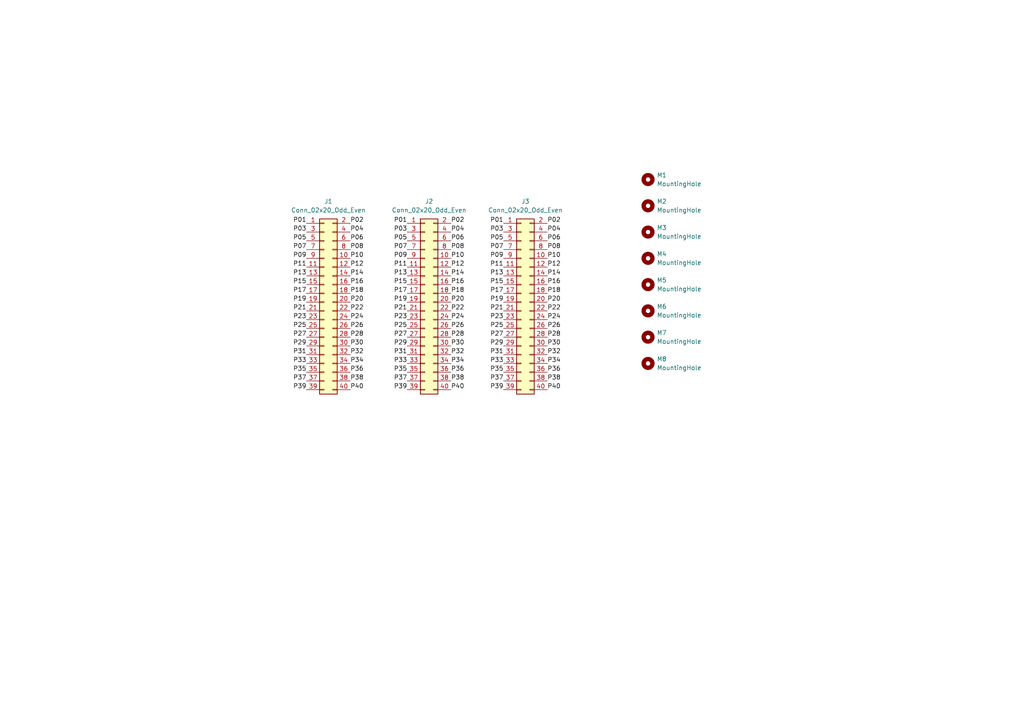
<source format=kicad_sch>
(kicad_sch (version 20230121) (generator eeschema)
  (paper "A4")
  (lib_symbols
    (symbol "Connector_Generic:Conn_02x20_Odd_Even" (pin_names (offset 1.016) hide)
      (property "Reference" "J" (at 1.27 25.4 0))
      (property "Value" "Conn_02x20_Odd_Even" (at 1.27 -27.94 0))
      (symbol "Conn_02x20_Odd_Even_1_1"
        (rectangle (start -1.27 -25.273) (end 0 -25.527) (stroke (width 0.1524)))
        (rectangle (start -1.27 -22.733) (end 0 -22.987) (stroke (width 0.1524)))
        (rectangle (start -1.27 -20.193) (end 0 -20.447) (stroke (width 0.1524)))
        (rectangle (start -1.27 -17.653) (end 0 -17.907) (stroke (width 0.1524)))
        (rectangle (start -1.27 -15.113) (end 0 -15.367) (stroke (width 0.1524)))
        (rectangle (start -1.27 -12.573) (end 0 -12.827) (stroke (width 0.1524)))
        (rectangle (start -1.27 -10.033) (end 0 -10.287) (stroke (width 0.1524)))
        (rectangle (start -1.27 -7.493) (end 0 -7.747) (stroke (width 0.1524)))
        (rectangle (start -1.27 -4.953) (end 0 -5.207) (stroke (width 0.1524)))
        (rectangle (start -1.27 -2.413) (end 0 -2.667) (stroke (width 0.1524)))
        (rectangle (start -1.27 0.127) (end 0 -0.127) (stroke (width 0.1524)))
        (rectangle (start -1.27 2.667) (end 0 2.413) (stroke (width 0.1524)))
        (rectangle (start -1.27 5.207) (end 0 4.953) (stroke (width 0.1524)))
        (rectangle (start -1.27 7.747) (end 0 7.493) (stroke (width 0.1524)))
        (rectangle (start -1.27 10.287) (end 0 10.033) (stroke (width 0.1524)))
        (rectangle (start -1.27 12.827) (end 0 12.573) (stroke (width 0.1524)))
        (rectangle (start -1.27 15.367) (end 0 15.113) (stroke (width 0.1524)))
        (rectangle (start -1.27 17.907) (end 0 17.653) (stroke (width 0.1524)))
        (rectangle (start -1.27 20.447) (end 0 20.193) (stroke (width 0.1524)))
        (rectangle (start -1.27 22.987) (end 0 22.733) (stroke (width 0.1524)))
        (rectangle (start -1.27 24.13) (end 3.81 -26.67) (stroke (width 0.254)) (fill (type background)))
        (rectangle (start 3.81 -25.273) (end 2.54 -25.527) (stroke (width 0.1524)))
        (rectangle (start 3.81 -22.733) (end 2.54 -22.987) (stroke (width 0.1524)))
        (rectangle (start 3.81 -20.193) (end 2.54 -20.447) (stroke (width 0.1524)))
        (rectangle (start 3.81 -17.653) (end 2.54 -17.907) (stroke (width 0.1524)))
        (rectangle (start 3.81 -15.113) (end 2.54 -15.367) (stroke (width 0.1524)))
        (rectangle (start 3.81 -12.573) (end 2.54 -12.827) (stroke (width 0.1524)))
        (rectangle (start 3.81 -10.033) (end 2.54 -10.287) (stroke (width 0.1524)))
        (rectangle (start 3.81 -7.493) (end 2.54 -7.747) (stroke (width 0.1524)))
        (rectangle (start 3.81 -4.953) (end 2.54 -5.207) (stroke (width 0.1524)))
        (rectangle (start 3.81 -2.413) (end 2.54 -2.667) (stroke (width 0.1524)))
        (rectangle (start 3.81 0.127) (end 2.54 -0.127) (stroke (width 0.1524)))
        (rectangle (start 3.81 2.667) (end 2.54 2.413) (stroke (width 0.1524)))
        (rectangle (start 3.81 5.207) (end 2.54 4.953) (stroke (width 0.1524)))
        (rectangle (start 3.81 7.747) (end 2.54 7.493) (stroke (width 0.1524)))
        (rectangle (start 3.81 10.287) (end 2.54 10.033) (stroke (width 0.1524)))
        (rectangle (start 3.81 12.827) (end 2.54 12.573) (stroke (width 0.1524)))
        (rectangle (start 3.81 15.367) (end 2.54 15.113) (stroke (width 0.1524)))
        (rectangle (start 3.81 17.907) (end 2.54 17.653) (stroke (width 0.1524)))
        (rectangle (start 3.81 20.447) (end 2.54 20.193) (stroke (width 0.1524)))
        (rectangle (start 3.81 22.987) (end 2.54 22.733) (stroke (width 0.1524)))
        (pin passive line (at -5.08 22.86 0) (length 3.81) (name "Pin_1") (number "1"))
        (pin passive line (at 7.62 12.7 180) (length 3.81) (name "Pin_10") (number "10"))
        (pin passive line (at -5.08 10.16 0) (length 3.81) (name "Pin_11") (number "11"))
        (pin passive line (at 7.62 10.16 180) (length 3.81) (name "Pin_12") (number "12"))
        (pin passive line (at -5.08 7.62 0) (length 3.81) (name "Pin_13") (number "13"))
        (pin passive line (at 7.62 7.62 180) (length 3.81) (name "Pin_14") (number "14"))
        (pin passive line (at -5.08 5.08 0) (length 3.81) (name "Pin_15") (number "15"))
        (pin passive line (at 7.62 5.08 180) (length 3.81) (name "Pin_16") (number "16"))
        (pin passive line (at -5.08 2.54 0) (length 3.81) (name "Pin_17") (number "17"))
        (pin passive line (at 7.62 2.54 180) (length 3.81) (name "Pin_18") (number "18"))
        (pin passive line (at -5.08 0 0) (length 3.81) (name "Pin_19") (number "19"))
        (pin passive line (at 7.62 22.86 180) (length 3.81) (name "Pin_2") (number "2"))
        (pin passive line (at 7.62 0 180) (length 3.81) (name "Pin_20") (number "20"))
        (pin passive line (at -5.08 -2.54 0) (length 3.81) (name "Pin_21") (number "21"))
        (pin passive line (at 7.62 -2.54 180) (length 3.81) (name "Pin_22") (number "22"))
        (pin passive line (at -5.08 -5.08 0) (length 3.81) (name "Pin_23") (number "23"))
        (pin passive line (at 7.62 -5.08 180) (length 3.81) (name "Pin_24") (number "24"))
        (pin passive line (at -5.08 -7.62 0) (length 3.81) (name "Pin_25") (number "25"))
        (pin passive line (at 7.62 -7.62 180) (length 3.81) (name "Pin_26") (number "26"))
        (pin passive line (at -5.08 -10.16 0) (length 3.81) (name "Pin_27") (number "27"))
        (pin passive line (at 7.62 -10.16 180) (length 3.81) (name "Pin_28") (number "28"))
        (pin passive line (at -5.08 -12.7 0) (length 3.81) (name "Pin_29") (number "29"))
        (pin passive line (at -5.08 20.32 0) (length 3.81) (name "Pin_3") (number "3"))
        (pin passive line (at 7.62 -12.7 180) (length 3.81) (name "Pin_30") (number "30"))
        (pin passive line (at -5.08 -15.24 0) (length 3.81) (name "Pin_31") (number "31"))
        (pin passive line (at 7.62 -15.24 180) (length 3.81) (name "Pin_32") (number "32"))
        (pin passive line (at -5.08 -17.78 0) (length 3.81) (name "Pin_33") (number "33"))
        (pin passive line (at 7.62 -17.78 180) (length 3.81) (name "Pin_34") (number "34"))
        (pin passive line (at -5.08 -20.32 0) (length 3.81) (name "Pin_35") (number "35"))
        (pin passive line (at 7.62 -20.32 180) (length 3.81) (name "Pin_36") (number "36"))
        (pin passive line (at -5.08 -22.86 0) (length 3.81) (name "Pin_37") (number "37"))
        (pin passive line (at 7.62 -22.86 180) (length 3.81) (name "Pin_38") (number "38"))
        (pin passive line (at -5.08 -25.4 0) (length 3.81) (name "Pin_39") (number "39"))
        (pin passive line (at 7.62 20.32 180) (length 3.81) (name "Pin_4") (number "4"))
        (pin passive line (at 7.62 -25.4 180) (length 3.81) (name "Pin_40") (number "40"))
        (pin passive line (at -5.08 17.78 0) (length 3.81) (name "Pin_5") (number "5"))
        (pin passive line (at 7.62 17.78 180) (length 3.81) (name "Pin_6") (number "6"))
        (pin passive line (at -5.08 15.24 0) (length 3.81) (name "Pin_7") (number "7"))
        (pin passive line (at 7.62 15.24 180) (length 3.81) (name "Pin_8") (number "8"))
        (pin passive line (at -5.08 12.7 0) (length 3.81) (name "Pin_9") (number "9"))
      )
    )
    (symbol "Mechanical:MountingHole" (pin_names (offset 1.016))
      (property "Reference" "H" (at 0 5.08 0))
      (property "Value" "MountingHole" (at 0 3.175 0))
      (symbol "MountingHole_0_1"
        (circle (center 0 0) (radius 1.27) (stroke (width 1.27)))
      )
    )
  )
  (label "P09" (at 118.11 74.93 180))
  (label "P08" (at 158.75 72.39 0))
  (label "P14" (at 158.75 80.01 0))
  (label "P27" (at 88.9 97.79 180))
  (label "P23" (at 118.11 92.71 180))
  (label "P12" (at 101.6 77.47 0))
  (label "P36" (at 158.75 107.95 0))
  (label "P16" (at 101.6 82.55 0))
  (label "P04" (at 130.81 67.31 0))
  (label "P15" (at 118.11 82.55 180))
  (label "P04" (at 101.6 67.31 0))
  (label "P17" (at 88.9 85.09 180))
  (label "P07" (at 88.9 72.39 180))
  (label "P03" (at 146.05 67.31 180))
  (label "P37" (at 146.05 110.49 180))
  (label "P32" (at 158.75 102.87 0))
  (label "P21" (at 88.9 90.17 180))
  (label "P02" (at 101.6 64.77 0))
  (label "P20" (at 158.75 87.63 0))
  (label "P03" (at 88.9 67.31 180))
  (label "P28" (at 158.75 97.79 0))
  (label "P10" (at 101.6 74.93 0))
  (label "P25" (at 88.9 95.25 180))
  (label "P05" (at 146.05 69.85 180))
  (label "P32" (at 101.6 102.87 0))
  (label "P29" (at 88.9 100.33 180))
  (label "P12" (at 158.75 77.47 0))
  (label "P33" (at 146.05 105.41 180))
  (label "P01" (at 88.9 64.77 180))
  (label "P11" (at 88.9 77.47 180))
  (label "P17" (at 146.05 85.09 180))
  (label "P31" (at 88.9 102.87 180))
  (label "P25" (at 118.11 95.25 180))
  (label "P01" (at 146.05 64.77 180))
  (label "P40" (at 130.81 113.03 0))
  (label "P19" (at 88.9 87.63 180))
  (label "P29" (at 146.05 100.33 180))
  (label "P36" (at 130.81 107.95 0))
  (label "P13" (at 88.9 80.01 180))
  (label "P21" (at 146.05 90.17 180))
  (label "P16" (at 158.75 82.55 0))
  (label "P06" (at 130.81 69.85 0))
  (label "P13" (at 118.11 80.01 180))
  (label "P18" (at 130.81 85.09 0))
  (label "P31" (at 118.11 102.87 180))
  (label "P34" (at 158.75 105.41 0))
  (label "P30" (at 130.81 100.33 0))
  (label "P33" (at 118.11 105.41 180))
  (label "P39" (at 88.9 113.03 180))
  (label "P19" (at 118.11 87.63 180))
  (label "P32" (at 130.81 102.87 0))
  (label "P22" (at 158.75 90.17 0))
  (label "P12" (at 130.81 77.47 0))
  (label "P10" (at 158.75 74.93 0))
  (label "P35" (at 88.9 107.95 180))
  (label "P22" (at 130.81 90.17 0))
  (label "P30" (at 158.75 100.33 0))
  (label "P23" (at 146.05 92.71 180))
  (label "P07" (at 146.05 72.39 180))
  (label "P14" (at 101.6 80.01 0))
  (label "P16" (at 130.81 82.55 0))
  (label "P10" (at 130.81 74.93 0))
  (label "P05" (at 88.9 69.85 180))
  (label "P06" (at 101.6 69.85 0))
  (label "P34" (at 130.81 105.41 0))
  (label "P07" (at 118.11 72.39 180))
  (label "P17" (at 118.11 85.09 180))
  (label "P02" (at 158.75 64.77 0))
  (label "P26" (at 101.6 95.25 0))
  (label "P02" (at 130.81 64.77 0))
  (label "P11" (at 146.05 77.47 180))
  (label "P40" (at 101.6 113.03 0))
  (label "P15" (at 146.05 82.55 180))
  (label "P18" (at 101.6 85.09 0))
  (label "P01" (at 118.11 64.77 180))
  (label "P37" (at 88.9 110.49 180))
  (label "P26" (at 130.81 95.25 0))
  (label "P23" (at 88.9 92.71 180))
  (label "P18" (at 158.75 85.09 0))
  (label "P38" (at 158.75 110.49 0))
  (label "P05" (at 118.11 69.85 180))
  (label "P20" (at 130.81 87.63 0))
  (label "P29" (at 118.11 100.33 180))
  (label "P14" (at 130.81 80.01 0))
  (label "P27" (at 118.11 97.79 180))
  (label "P24" (at 101.6 92.71 0))
  (label "P15" (at 88.9 82.55 180))
  (label "P31" (at 146.05 102.87 180))
  (label "P09" (at 146.05 74.93 180))
  (label "P26" (at 158.75 95.25 0))
  (label "P38" (at 101.6 110.49 0))
  (label "P39" (at 146.05 113.03 180))
  (label "P04" (at 158.75 67.31 0))
  (label "P19" (at 146.05 87.63 180))
  (label "P03" (at 118.11 67.31 180))
  (label "P36" (at 101.6 107.95 0))
  (label "P25" (at 146.05 95.25 180))
  (label "P11" (at 118.11 77.47 180))
  (label "P20" (at 101.6 87.63 0))
  (label "P35" (at 118.11 107.95 180))
  (label "P22" (at 101.6 90.17 0))
  (label "P27" (at 146.05 97.79 180))
  (label "P40" (at 158.75 113.03 0))
  (label "P08" (at 130.81 72.39 0))
  (label "P09" (at 88.9 74.93 180))
  (label "P06" (at 158.75 69.85 0))
  (label "P37" (at 118.11 110.49 180))
  (label "P39" (at 118.11 113.03 180))
  (label "P08" (at 101.6 72.39 0))
  (label "P33" (at 88.9 105.41 180))
  (label "P35" (at 146.05 107.95 180))
  (label "P21" (at 118.11 90.17 180))
  (label "P24" (at 130.81 92.71 0))
  (label "P28" (at 130.81 97.79 0))
  (label "P30" (at 101.6 100.33 0))
  (label "P24" (at 158.75 92.71 0))
  (label "P28" (at 101.6 97.79 0))
  (label "P13" (at 146.05 80.01 180))
  (label "P38" (at 130.81 110.49 0))
  (label "P34" (at 101.6 105.41 0))
  (symbol (lib_id "Mechanical:MountingHole") (at 187.96 90.17 0) (unit 1)
    (property "Reference" "M6" (at 190.5 88.9 0) (effects (justify left)))
    (property "Value" "MountingHole" (at 190.5 91.44 0) (effects (justify left)))
    (property "Footprint" "MountingHole:MountingHole_2.7mm_M2.5" (effects hide))
  )
  (symbol (lib_id "Mechanical:MountingHole") (at 187.96 67.31 0) (unit 1)
    (property "Reference" "M3" (at 190.5 66.04 0) (effects (justify left)))
    (property "Value" "MountingHole" (at 190.5 68.58 0) (effects (justify left)))
    (property "Footprint" "MountingHole:MountingHole_2.7mm_M2.5" (effects hide))
  )
  (symbol (lib_id "Connector_Generic:Conn_02x20_Odd_Even") (at 93.98 87.63 0) (unit 1)
    (property "Reference" "J1" (at 95.25 58.42 0))
    (property "Value" "Conn_02x20_Odd_Even" (at 95.25 60.96 0))
    (property "Footprint" "Connector_PinHeader_2.54mm:PinHeader_2x20_P2.54mm_Vertical" (effects hide))
  )
  (symbol (lib_id "Connector_Generic:Conn_02x20_Odd_Even") (at 151.13 87.63 0) (unit 1)
    (property "Reference" "J3" (at 152.4 58.42 0))
    (property "Value" "Conn_02x20_Odd_Even" (at 152.4 60.96 0))
    (property "Footprint" "Connector_PinHeader_2.54mm:PinHeader_2x20_P2.54mm_Vertical" (effects hide))
  )
  (symbol (lib_id "Mechanical:MountingHole") (at 187.96 59.69 0) (unit 1)
    (property "Reference" "M2" (at 190.5 58.42 0) (effects (justify left)))
    (property "Value" "MountingHole" (at 190.5 60.96 0) (effects (justify left)))
    (property "Footprint" "MountingHole:MountingHole_2.7mm_M2.5" (effects hide))
  )
  (symbol (lib_id "Mechanical:MountingHole") (at 187.96 105.41 0) (unit 1)
    (property "Reference" "M8" (at 190.5 104.14 0) (effects (justify left)))
    (property "Value" "MountingHole" (at 190.5 106.68 0) (effects (justify left)))
    (property "Footprint" "MountingHole:MountingHole_2.7mm_M2.5" (effects hide))
  )
  (symbol (lib_id "Mechanical:MountingHole") (at 187.96 97.79 0) (unit 1)
    (property "Reference" "M7" (at 190.5 96.52 0) (effects (justify left)))
    (property "Value" "MountingHole" (at 190.5 99.06 0) (effects (justify left)))
    (property "Footprint" "MountingHole:MountingHole_2.7mm_M2.5" (effects hide))
  )
  (symbol (lib_id "Connector_Generic:Conn_02x20_Odd_Even") (at 123.19 87.63 0) (unit 1)
    (property "Reference" "J2" (at 124.46 58.42 0))
    (property "Value" "Conn_02x20_Odd_Even" (at 124.46 60.96 0))
    (property "Footprint" "Connector_PinHeader_2.54mm:PinHeader_2x20_P2.54mm_Vertical" (effects hide))
  )
  (symbol (lib_id "Mechanical:MountingHole") (at 187.96 82.55 0) (unit 1)
    (property "Reference" "M5" (at 190.5 81.28 0) (effects (justify left)))
    (property "Value" "MountingHole" (at 190.5 83.82 0) (effects (justify left)))
    (property "Footprint" "MountingHole:MountingHole_2.7mm_M2.5" (effects hide))
  )
  (symbol (lib_id "Mechanical:MountingHole") (at 187.96 52.07 0) (unit 1)
    (property "Reference" "M1" (at 190.5 50.8 0) (effects (justify left)))
    (property "Value" "MountingHole" (at 190.5 53.34 0) (effects (justify left)))
    (property "Footprint" "MountingHole:MountingHole_2.7mm_M2.5" (effects hide))
  )
  (symbol (lib_id "Mechanical:MountingHole") (at 187.96 74.93 0) (unit 1)
    (property "Reference" "M4" (at 190.5 73.66 0) (effects (justify left)))
    (property "Value" "MountingHole" (at 190.5 76.2 0) (effects (justify left)))
    (property "Footprint" "MountingHole:MountingHole_2.7mm_M2.5" (effects hide))
  )
)
</source>
